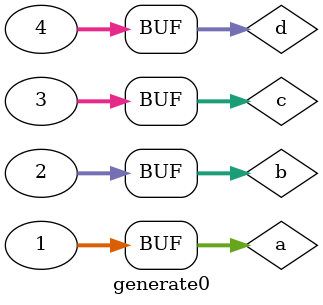
<source format=v>
module generate0;

   generate
      initial
        $display("5");
   endgenerate

   generate
      initial begin
         $display("4");
      end
   endgenerate

   generate
      integer a=1;
      always @(*) begin
         if (a) begin
            $display("3");
         end
      end
   endgenerate

   generate
      integer b=2;
      always @(*) begin
         case(b)
            2: $display("2");
         endcase
      end
   endgenerate

   generate
      integer c=3;
      always @(*) begin
         casez(c)
            3: $display("1");
         endcase
      end
   endgenerate

   generate
      integer d=4;
      always @(*) begin
         casex(d)
            1: $display("0");
         endcase
      end
   endgenerate

endmodule

</source>
